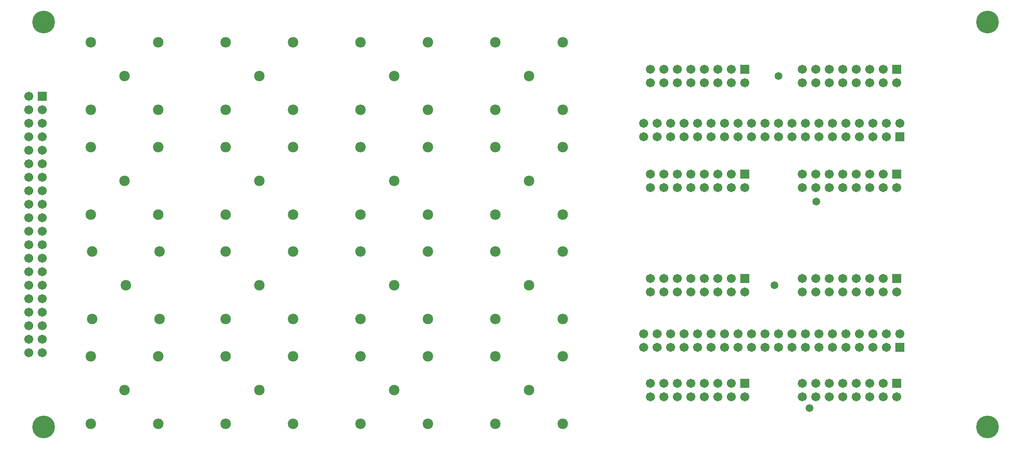
<source format=gbs>
%FSLAX24Y24*%
%MOIN*%
G70*
G01*
G75*
%ADD10C,0.0080*%
%ADD11C,0.0200*%
%ADD12C,0.0120*%
%ADD13C,0.0100*%
%ADD14C,0.1600*%
%ADD15R,0.0591X0.0591*%
%ADD16C,0.0591*%
%ADD17C,0.0700*%
%ADD18C,0.0500*%
%ADD19C,0.0079*%
%ADD20C,0.0070*%
%ADD21C,0.0150*%
%ADD22C,0.1680*%
%ADD23R,0.0671X0.0671*%
%ADD24C,0.0671*%
%ADD25C,0.0780*%
%ADD26C,0.0580*%
D22*
X22500Y32500D02*
D03*
X92500D02*
D03*
Y62500D02*
D03*
X22500D02*
D03*
D23*
X22400Y57000D02*
D03*
X74500Y59000D02*
D03*
X85750D02*
D03*
X74500Y51250D02*
D03*
X85750D02*
D03*
X86000Y54000D02*
D03*
Y38400D02*
D03*
X74500Y43500D02*
D03*
X85750D02*
D03*
Y35750D02*
D03*
X74500D02*
D03*
D24*
X21400Y57000D02*
D03*
X22400Y56000D02*
D03*
X21400D02*
D03*
X22400Y55000D02*
D03*
X21400D02*
D03*
X22400Y54000D02*
D03*
X21400D02*
D03*
X22400Y53000D02*
D03*
X21400D02*
D03*
X22400Y52000D02*
D03*
X21400D02*
D03*
X22400Y51000D02*
D03*
X21400D02*
D03*
X22400Y50000D02*
D03*
X21400D02*
D03*
X22400Y49000D02*
D03*
X21400D02*
D03*
X22400Y48000D02*
D03*
X21400D02*
D03*
X22400Y47000D02*
D03*
X21400D02*
D03*
X22400Y46000D02*
D03*
X21400D02*
D03*
X22400Y45000D02*
D03*
X21400D02*
D03*
X22400Y44000D02*
D03*
X21400D02*
D03*
X22400Y43000D02*
D03*
X21400D02*
D03*
X22400Y42000D02*
D03*
X21400D02*
D03*
X22400Y41000D02*
D03*
X21400D02*
D03*
X22400Y40000D02*
D03*
X21400D02*
D03*
X22400Y39000D02*
D03*
X21400D02*
D03*
X22400Y38000D02*
D03*
X21400D02*
D03*
X67500Y59000D02*
D03*
X74500Y58000D02*
D03*
X73500Y59000D02*
D03*
Y58000D02*
D03*
X72500Y59000D02*
D03*
Y58000D02*
D03*
X71500Y59000D02*
D03*
Y58000D02*
D03*
X70500Y59000D02*
D03*
Y58000D02*
D03*
X69500Y59000D02*
D03*
Y58000D02*
D03*
X68500Y59000D02*
D03*
Y58000D02*
D03*
X67500D02*
D03*
X78750D02*
D03*
Y59000D02*
D03*
X79750Y58000D02*
D03*
Y59000D02*
D03*
X80750Y58000D02*
D03*
Y59000D02*
D03*
X81750Y58000D02*
D03*
Y59000D02*
D03*
X82750Y58000D02*
D03*
Y59000D02*
D03*
X83750Y58000D02*
D03*
Y59000D02*
D03*
X84750Y58000D02*
D03*
Y59000D02*
D03*
X85750Y58000D02*
D03*
X74500Y50250D02*
D03*
X73500Y51250D02*
D03*
Y50250D02*
D03*
X72500Y51250D02*
D03*
Y50250D02*
D03*
X71500Y51250D02*
D03*
Y50250D02*
D03*
X70500Y51250D02*
D03*
Y50250D02*
D03*
X69500Y51250D02*
D03*
Y50250D02*
D03*
X68500Y51250D02*
D03*
Y50250D02*
D03*
X67500Y51250D02*
D03*
Y50250D02*
D03*
X85750D02*
D03*
X84750Y51250D02*
D03*
Y50250D02*
D03*
X83750Y51250D02*
D03*
Y50250D02*
D03*
X82750Y51250D02*
D03*
Y50250D02*
D03*
X81750Y51250D02*
D03*
Y50250D02*
D03*
X80750Y51250D02*
D03*
Y50250D02*
D03*
X79750Y51250D02*
D03*
Y50250D02*
D03*
X78750Y51250D02*
D03*
Y50250D02*
D03*
X86000Y55000D02*
D03*
X85000Y54000D02*
D03*
Y55000D02*
D03*
X84000Y54000D02*
D03*
Y55000D02*
D03*
X83000Y54000D02*
D03*
Y55000D02*
D03*
X82000Y54000D02*
D03*
Y55000D02*
D03*
X81000Y54000D02*
D03*
Y55000D02*
D03*
X80000Y54000D02*
D03*
Y55000D02*
D03*
X79000Y54000D02*
D03*
Y55000D02*
D03*
X78000Y54000D02*
D03*
Y55000D02*
D03*
X77000Y54000D02*
D03*
Y55000D02*
D03*
X76000Y54000D02*
D03*
Y55000D02*
D03*
X75000Y54000D02*
D03*
Y55000D02*
D03*
X74000Y54000D02*
D03*
Y55000D02*
D03*
X73000Y54000D02*
D03*
Y55000D02*
D03*
X72000Y54000D02*
D03*
Y55000D02*
D03*
X71000Y54000D02*
D03*
Y55000D02*
D03*
X70000Y54000D02*
D03*
Y55000D02*
D03*
X69000Y54000D02*
D03*
Y55000D02*
D03*
X68000Y54000D02*
D03*
Y55000D02*
D03*
X67000Y54000D02*
D03*
Y55000D02*
D03*
X86000Y39400D02*
D03*
X85000Y38400D02*
D03*
Y39400D02*
D03*
X84000Y38400D02*
D03*
Y39400D02*
D03*
X83000Y38400D02*
D03*
Y39400D02*
D03*
X82000Y38400D02*
D03*
Y39400D02*
D03*
X81000Y38400D02*
D03*
Y39400D02*
D03*
X80000Y38400D02*
D03*
Y39400D02*
D03*
X79000Y38400D02*
D03*
Y39400D02*
D03*
X78000Y38400D02*
D03*
Y39400D02*
D03*
X77000Y38400D02*
D03*
Y39400D02*
D03*
X76000Y38400D02*
D03*
Y39400D02*
D03*
X75000Y38400D02*
D03*
Y39400D02*
D03*
X74000Y38400D02*
D03*
Y39400D02*
D03*
X73000Y38400D02*
D03*
Y39400D02*
D03*
X72000Y38400D02*
D03*
Y39400D02*
D03*
X71000Y38400D02*
D03*
Y39400D02*
D03*
X70000Y38400D02*
D03*
Y39400D02*
D03*
X69000Y38400D02*
D03*
Y39400D02*
D03*
X68000Y38400D02*
D03*
Y39400D02*
D03*
X67000Y38400D02*
D03*
Y39400D02*
D03*
X74500Y42500D02*
D03*
X73500Y43500D02*
D03*
Y42500D02*
D03*
X72500Y43500D02*
D03*
Y42500D02*
D03*
X71500Y43500D02*
D03*
Y42500D02*
D03*
X70500Y43500D02*
D03*
Y42500D02*
D03*
X69500Y43500D02*
D03*
Y42500D02*
D03*
X68500Y43500D02*
D03*
Y42500D02*
D03*
X67500Y43500D02*
D03*
Y42500D02*
D03*
X85750D02*
D03*
X84750Y43500D02*
D03*
Y42500D02*
D03*
X83750Y43500D02*
D03*
Y42500D02*
D03*
X82750Y43500D02*
D03*
Y42500D02*
D03*
X81750Y43500D02*
D03*
Y42500D02*
D03*
X80750Y43500D02*
D03*
Y42500D02*
D03*
X79750Y43500D02*
D03*
Y42500D02*
D03*
X78750Y43500D02*
D03*
Y42500D02*
D03*
X85750Y34750D02*
D03*
X84750Y35750D02*
D03*
Y34750D02*
D03*
X83750Y35750D02*
D03*
Y34750D02*
D03*
X82750Y35750D02*
D03*
Y34750D02*
D03*
X81750Y35750D02*
D03*
Y34750D02*
D03*
X80750Y35750D02*
D03*
Y34750D02*
D03*
X79750Y35750D02*
D03*
Y34750D02*
D03*
X78750Y35750D02*
D03*
Y34750D02*
D03*
X74500D02*
D03*
X73500Y35750D02*
D03*
Y34750D02*
D03*
X72500Y35750D02*
D03*
Y34750D02*
D03*
X71500Y35750D02*
D03*
Y34750D02*
D03*
X70500Y35750D02*
D03*
Y34750D02*
D03*
X69500Y35750D02*
D03*
Y34750D02*
D03*
X68500Y35750D02*
D03*
Y34750D02*
D03*
X67500Y35750D02*
D03*
Y34750D02*
D03*
D25*
X61000Y37750D02*
D03*
X56000D02*
D03*
Y32750D02*
D03*
X61000D02*
D03*
X58500Y35250D02*
D03*
X48500D02*
D03*
X51000Y32750D02*
D03*
X46000D02*
D03*
Y37750D02*
D03*
X51000D02*
D03*
X41000D02*
D03*
X36000D02*
D03*
Y32750D02*
D03*
X41000D02*
D03*
X38500Y35250D02*
D03*
X28500D02*
D03*
X31000Y32750D02*
D03*
X26000D02*
D03*
Y37750D02*
D03*
X31000D02*
D03*
X61000Y45500D02*
D03*
X56000D02*
D03*
Y40500D02*
D03*
X61000D02*
D03*
X58500Y43000D02*
D03*
X48500D02*
D03*
X51000Y40500D02*
D03*
X46000D02*
D03*
Y45500D02*
D03*
X51000D02*
D03*
X41000D02*
D03*
X36000D02*
D03*
Y40500D02*
D03*
X41000D02*
D03*
X38500Y43000D02*
D03*
X28600D02*
D03*
X31100Y40500D02*
D03*
X26100D02*
D03*
Y45500D02*
D03*
X31100D02*
D03*
X61000Y53250D02*
D03*
X56000D02*
D03*
Y48250D02*
D03*
X61000D02*
D03*
X58500Y50750D02*
D03*
X48500D02*
D03*
X51000Y48250D02*
D03*
X46000D02*
D03*
Y53250D02*
D03*
X51000D02*
D03*
X41000D02*
D03*
X36000D02*
D03*
Y48250D02*
D03*
X41000D02*
D03*
X38500Y50750D02*
D03*
X28500D02*
D03*
X31000Y48250D02*
D03*
X26000D02*
D03*
Y53250D02*
D03*
X31000D02*
D03*
X61000Y61000D02*
D03*
X56000D02*
D03*
Y56000D02*
D03*
X61000D02*
D03*
X58500Y58500D02*
D03*
X48500D02*
D03*
X51000Y56000D02*
D03*
X46000D02*
D03*
Y61000D02*
D03*
X51000D02*
D03*
X41000D02*
D03*
X36000D02*
D03*
Y56000D02*
D03*
X41000D02*
D03*
X38500Y58500D02*
D03*
X28500D02*
D03*
X31000Y56000D02*
D03*
X26000D02*
D03*
Y61000D02*
D03*
X31000D02*
D03*
D26*
X77000Y58500D02*
D03*
X79800Y49200D02*
D03*
X76700Y43000D02*
D03*
X79300Y33900D02*
D03*
M02*

</source>
